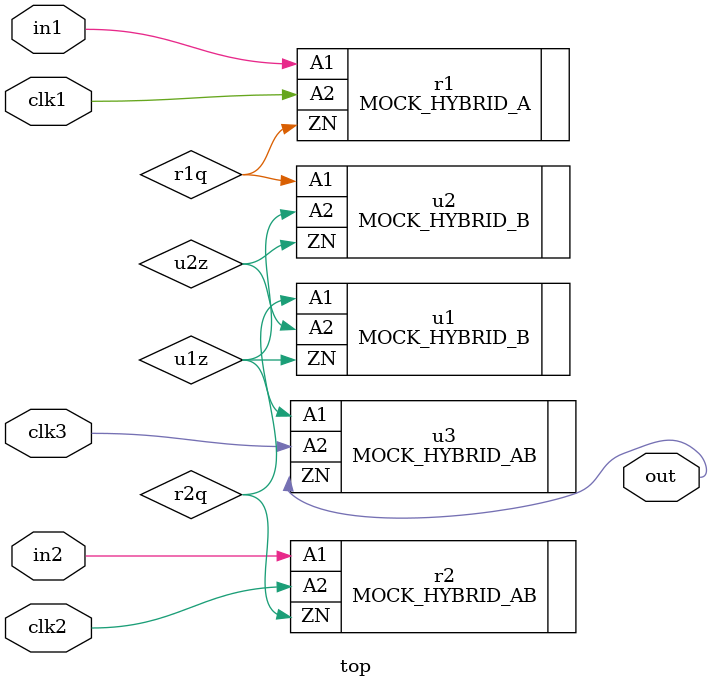
<source format=v>
module top (in1, in2, clk1, clk2, clk3, out);
    input in1, in2, clk1, clk2, clk3;
    output out;
    wire r1q, r2q, u1z, u2z;
    MOCK_HYBRID_A r1 (.A1(in1), .A2(clk1), .ZN(r1q));
    MOCK_HYBRID_B u2 (.A1(r1q), .A2(u1z), .ZN(u2z));
    MOCK_HYBRID_AB r2 (.A1(in2), .A2(clk2), .ZN(r2q));
    MOCK_HYBRID_B u1 (.A1(r2q), .A2(u2z), .ZN(u1z));
    MOCK_HYBRID_AB u3 (.A1(u1z), .A2(clk3), .ZN(out));
endmodule // top

</source>
